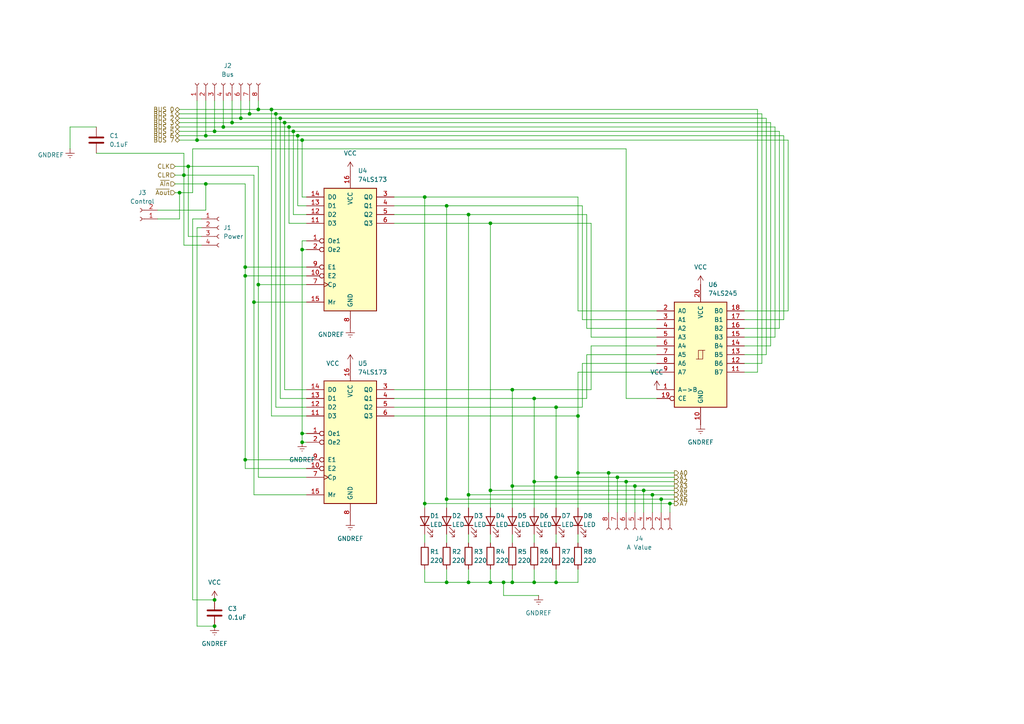
<source format=kicad_sch>
(kicad_sch (version 20231120) (generator "eeschema") (generator_version "8.0")
  (paper "A4")
  (lib_symbols
    (symbol "74xx:74LS173" (pin_names (offset 1.016))
      (property "Reference" "U" (at -7.62 19.05 0))
      (property "Value" "74LS173" (at -7.62 -19.05 0))
      (symbol "74LS173_1_0"
        (pin input inverted (at -12.7 2.54 0) (length 5.08) (name "Oe1") (number "1"))
        (pin input inverted (at -12.7 -7.62 0) (length 5.08) (name "E2") (number "10"))
        (pin input line (at -12.7 7.62 0) (length 5.08) (name "D3") (number "11"))
        (pin input line (at -12.7 10.16 0) (length 5.08) (name "D2") (number "12"))
        (pin input line (at -12.7 12.7 0) (length 5.08) (name "D1") (number "13"))
        (pin input line (at -12.7 15.24 0) (length 5.08) (name "D0") (number "14"))
        (pin input line (at -12.7 -15.24 0) (length 5.08) (name "Mr") (number "15"))
        (pin power_in line (at 0 22.86 270) (length 5.08) (name "VCC") (number "16"))
        (pin input inverted (at -12.7 0 0) (length 5.08) (name "Oe2") (number "2"))
        (pin tri_state line (at 12.7 15.24 180) (length 5.08) (name "Q0") (number "3"))
        (pin tri_state line (at 12.7 12.7 180) (length 5.08) (name "Q1") (number "4"))
        (pin tri_state line (at 12.7 10.16 180) (length 5.08) (name "Q2") (number "5"))
        (pin tri_state line (at 12.7 7.62 180) (length 5.08) (name "Q3") (number "6"))
        (pin input clock (at -12.7 -10.16 0) (length 5.08) (name "Cp") (number "7"))
        (pin power_in line (at 0 -22.86 90) (length 5.08) (name "GND") (number "8"))
        (pin input inverted (at -12.7 -5.08 0) (length 5.08) (name "E1") (number "9"))
      )
      (symbol "74LS173_1_1"
        (rectangle (start -7.62 17.78) (end 7.62 -17.78) (stroke (width 0.254)) (fill (type background)))
      )
    )
    (symbol "74xx:74LS245" (pin_names (offset 1.016))
      (property "Reference" "U" (at -7.62 16.51 0))
      (property "Value" "74LS245" (at -7.62 -16.51 0))
      (symbol "74LS245_1_0"
        (polyline (pts (xy -0.635 -1.27) (xy -0.635 1.27) (xy 0.635 1.27)))
        (polyline (pts (xy -1.27 -1.27) (xy 0.635 -1.27) (xy 0.635 1.27) (xy 1.27 1.27)))
        (pin input line (at -12.7 -10.16 0) (length 5.08) (name "A->B") (number "1"))
        (pin power_in line (at 0 -20.32 90) (length 5.08) (name "GND") (number "10"))
        (pin tri_state line (at 12.7 -5.08 180) (length 5.08) (name "B7") (number "11"))
        (pin tri_state line (at 12.7 -2.54 180) (length 5.08) (name "B6") (number "12"))
        (pin tri_state line (at 12.7 0 180) (length 5.08) (name "B5") (number "13"))
        (pin tri_state line (at 12.7 2.54 180) (length 5.08) (name "B4") (number "14"))
        (pin tri_state line (at 12.7 5.08 180) (length 5.08) (name "B3") (number "15"))
        (pin tri_state line (at 12.7 7.62 180) (length 5.08) (name "B2") (number "16"))
        (pin tri_state line (at 12.7 10.16 180) (length 5.08) (name "B1") (number "17"))
        (pin tri_state line (at 12.7 12.7 180) (length 5.08) (name "B0") (number "18"))
        (pin input inverted (at -12.7 -12.7 0) (length 5.08) (name "CE") (number "19"))
        (pin tri_state line (at -12.7 12.7 0) (length 5.08) (name "A0") (number "2"))
        (pin power_in line (at 0 20.32 270) (length 5.08) (name "VCC") (number "20"))
        (pin tri_state line (at -12.7 10.16 0) (length 5.08) (name "A1") (number "3"))
        (pin tri_state line (at -12.7 7.62 0) (length 5.08) (name "A2") (number "4"))
        (pin tri_state line (at -12.7 5.08 0) (length 5.08) (name "A3") (number "5"))
        (pin tri_state line (at -12.7 2.54 0) (length 5.08) (name "A4") (number "6"))
        (pin tri_state line (at -12.7 0 0) (length 5.08) (name "A5") (number "7"))
        (pin tri_state line (at -12.7 -2.54 0) (length 5.08) (name "A6") (number "8"))
        (pin tri_state line (at -12.7 -5.08 0) (length 5.08) (name "A7") (number "9"))
      )
      (symbol "74LS245_1_1"
        (rectangle (start -7.62 15.24) (end 7.62 -15.24) (stroke (width 0.254)) (fill (type background)))
      )
    )
    (symbol "Connector:Conn_01x02_Socket" (pin_names (offset 1.016) hide)
      (property "Reference" "J" (at 0 2.54 0))
      (property "Value" "Conn_01x02_Socket" (at 0 -5.08 0))
      (symbol "Conn_01x02_Socket_1_1"
        (arc (start 0 -2.032) (mid -0.5058 -2.54) (end 0 -3.048) (stroke (width 0.1524)))
        (polyline (pts (xy -1.27 -2.54) (xy -0.508 -2.54)) (stroke (width 0.1524)))
        (polyline (pts (xy -1.27 0) (xy -0.508 0)) (stroke (width 0.1524)))
        (arc (start 0 0.508) (mid -0.5058 0) (end 0 -0.508) (stroke (width 0.1524)))
        (pin passive line (at -5.08 0 0) (length 3.81) (name "Pin_1") (number "1"))
        (pin passive line (at -5.08 -2.54 0) (length 3.81) (name "Pin_2") (number "2"))
      )
    )
    (symbol "Connector:Conn_01x04_Socket" (pin_names (offset 1.016) hide)
      (property "Reference" "J" (at 0 5.08 0))
      (property "Value" "Conn_01x04_Socket" (at 0 -7.62 0))
      (symbol "Conn_01x04_Socket_1_1"
        (arc (start 0 -4.572) (mid -0.5058 -5.08) (end 0 -5.588) (stroke (width 0.1524)))
        (arc (start 0 -2.032) (mid -0.5058 -2.54) (end 0 -3.048) (stroke (width 0.1524)))
        (polyline (pts (xy -1.27 -5.08) (xy -0.508 -5.08)) (stroke (width 0.1524)))
        (polyline (pts (xy -1.27 -2.54) (xy -0.508 -2.54)) (stroke (width 0.1524)))
        (polyline (pts (xy -1.27 0) (xy -0.508 0)) (stroke (width 0.1524)))
        (polyline (pts (xy -1.27 2.54) (xy -0.508 2.54)) (stroke (width 0.1524)))
        (arc (start 0 0.508) (mid -0.5058 0) (end 0 -0.508) (stroke (width 0.1524)))
        (arc (start 0 3.048) (mid -0.5058 2.54) (end 0 2.032) (stroke (width 0.1524)))
        (pin passive line (at -5.08 2.54 0) (length 3.81) (name "Pin_1") (number "1"))
        (pin passive line (at -5.08 0 0) (length 3.81) (name "Pin_2") (number "2"))
        (pin passive line (at -5.08 -2.54 0) (length 3.81) (name "Pin_3") (number "3"))
        (pin passive line (at -5.08 -5.08 0) (length 3.81) (name "Pin_4") (number "4"))
      )
    )
    (symbol "Connector:Conn_01x08_Socket" (pin_names (offset 1.016) hide)
      (property "Reference" "J" (at 0 10.16 0))
      (property "Value" "Conn_01x08_Socket" (at 0 -12.7 0))
      (symbol "Conn_01x08_Socket_1_1"
        (arc (start 0 -9.652) (mid -0.5058 -10.16) (end 0 -10.668) (stroke (width 0.1524)))
        (arc (start 0 -7.112) (mid -0.5058 -7.62) (end 0 -8.128) (stroke (width 0.1524)))
        (arc (start 0 -4.572) (mid -0.5058 -5.08) (end 0 -5.588) (stroke (width 0.1524)))
        (arc (start 0 -2.032) (mid -0.5058 -2.54) (end 0 -3.048) (stroke (width 0.1524)))
        (polyline (pts (xy -1.27 -10.16) (xy -0.508 -10.16)) (stroke (width 0.1524)))
        (polyline (pts (xy -1.27 -7.62) (xy -0.508 -7.62)) (stroke (width 0.1524)))
        (polyline (pts (xy -1.27 -5.08) (xy -0.508 -5.08)) (stroke (width 0.1524)))
        (polyline (pts (xy -1.27 -2.54) (xy -0.508 -2.54)) (stroke (width 0.1524)))
        (polyline (pts (xy -1.27 0) (xy -0.508 0)) (stroke (width 0.1524)))
        (polyline (pts (xy -1.27 2.54) (xy -0.508 2.54)) (stroke (width 0.1524)))
        (polyline (pts (xy -1.27 5.08) (xy -0.508 5.08)) (stroke (width 0.1524)))
        (polyline (pts (xy -1.27 7.62) (xy -0.508 7.62)) (stroke (width 0.1524)))
        (arc (start 0 0.508) (mid -0.5058 0) (end 0 -0.508) (stroke (width 0.1524)))
        (arc (start 0 3.048) (mid -0.5058 2.54) (end 0 2.032) (stroke (width 0.1524)))
        (arc (start 0 5.588) (mid -0.5058 5.08) (end 0 4.572) (stroke (width 0.1524)))
        (arc (start 0 8.128) (mid -0.5058 7.62) (end 0 7.112) (stroke (width 0.1524)))
        (pin passive line (at -5.08 7.62 0) (length 3.81) (name "Pin_1") (number "1"))
        (pin passive line (at -5.08 5.08 0) (length 3.81) (name "Pin_2") (number "2"))
        (pin passive line (at -5.08 2.54 0) (length 3.81) (name "Pin_3") (number "3"))
        (pin passive line (at -5.08 0 0) (length 3.81) (name "Pin_4") (number "4"))
        (pin passive line (at -5.08 -2.54 0) (length 3.81) (name "Pin_5") (number "5"))
        (pin passive line (at -5.08 -5.08 0) (length 3.81) (name "Pin_6") (number "6"))
        (pin passive line (at -5.08 -7.62 0) (length 3.81) (name "Pin_7") (number "7"))
        (pin passive line (at -5.08 -10.16 0) (length 3.81) (name "Pin_8") (number "8"))
      )
    )
    (symbol "Device:C" (pin_numbers hide) (pin_names (offset 0.254))
      (property "Reference" "C" (at 0.635 2.54 0))
      (property "Value" "C" (at 0.635 -2.54 0))
      (symbol "C_0_1"
        (polyline (pts (xy -2.032 -0.762) (xy 2.032 -0.762)) (stroke (width 0.508)))
        (polyline (pts (xy -2.032 0.762) (xy 2.032 0.762)) (stroke (width 0.508)))
      )
      (symbol "C_1_1"
        (pin passive line (at 0 3.81 270) (length 2.794) (name "~") (number "1"))
        (pin passive line (at 0 -3.81 90) (length 2.794) (name "~") (number "2"))
      )
    )
    (symbol "Device:LED" (pin_numbers hide) (pin_names (offset 1.016) hide)
      (property "Reference" "D" (at 0 2.54 0))
      (property "Value" "LED" (at 0 -2.54 0))
      (symbol "LED_0_1"
        (polyline (pts (xy -1.27 -1.27) (xy -1.27 1.27)) (stroke (width 0.254)))
        (polyline (pts (xy -1.27 0) (xy 1.27 0)))
        (polyline (pts (xy 1.27 -1.27) (xy 1.27 1.27) (xy -1.27 0) (xy 1.27 -1.27)) (stroke (width 0.254)))
        (polyline (pts (xy -3.048 -0.762) (xy -4.572 -2.286) (xy -3.81 -2.286) (xy -4.572 -2.286) (xy -4.572 -1.524)))
        (polyline (pts (xy -1.778 -0.762) (xy -3.302 -2.286) (xy -2.54 -2.286) (xy -3.302 -2.286) (xy -3.302 -1.524)))
      )
      (symbol "LED_1_1"
        (pin passive line (at -3.81 0 0) (length 2.54) (name "K") (number "1"))
        (pin passive line (at 3.81 0 180) (length 2.54) (name "A") (number "2"))
      )
    )
    (symbol "Device:R" (pin_numbers hide) (pin_names (offset 0))
      (property "Reference" "R" (at 2.032 0 90))
      (property "Value" "R" (at 0 0 90))
      (symbol "R_0_1"
        (rectangle (start -1.016 -2.54) (end 1.016 2.54) (stroke (width 0.254)))
      )
      (symbol "R_1_1"
        (pin passive line (at 0 3.81 270) (length 1.27) (name "~") (number "1"))
        (pin passive line (at 0 -3.81 90) (length 1.27) (name "~") (number "2"))
      )
    )
    (symbol "power:GNDREF" (power) (pin_numbers hide) (pin_names (offset 0) hide)
      (property "Value" "GNDREF" (at 0 -3.81 0))
      (symbol "GNDREF_0_1"
        (polyline (pts (xy -0.635 -1.905) (xy 0.635 -1.905)))
        (polyline (pts (xy -0.127 -2.54) (xy 0.127 -2.54)))
        (polyline (pts (xy 0 -1.27) (xy 0 0)))
        (polyline (pts (xy 1.27 -1.27) (xy -1.27 -1.27)))
      )
      (symbol "GNDREF_1_1"
        (pin power_in line (at 0 0 270) (length 0) (name "~") (number "1"))
      )
    )
    (symbol "power:VCC" (power) (pin_numbers hide) (pin_names (offset 0) hide)
      (property "Value" "VCC" (at 0 3.556 0))
      (symbol "VCC_0_1"
        (polyline (pts (xy -0.762 1.27) (xy 0 2.54)))
        (polyline (pts (xy 0 0) (xy 0 2.54)))
        (polyline (pts (xy 0 2.54) (xy 0.762 1.27)))
      )
      (symbol "VCC_1_1"
        (pin power_in line (at 0 0 90) (length 0) (name "~") (number "1"))
      )
    )
  )
  (junction (at 167.64 137.16))
  (junction (at 62.23 173.99))
  (junction (at 71.12 77.47))
  (junction (at 135.89 168.91))
  (junction (at 161.29 118.11))
  (junction (at 52.07 55.88))
  (junction (at 64.77 36.83))
  (junction (at 123.19 146.05))
  (junction (at 85.09 38.1))
  (junction (at 154.94 139.7))
  (junction (at 142.24 64.77))
  (junction (at 161.29 138.43))
  (junction (at 81.28 34.29))
  (junction (at 69.85 34.29))
  (junction (at 142.24 168.91))
  (junction (at 78.74 31.75))
  (junction (at 191.77 144.78))
  (junction (at 146.05 168.91))
  (junction (at 71.12 133.35))
  (junction (at 86.36 39.37))
  (junction (at 179.07 138.43))
  (junction (at 82.55 35.56))
  (junction (at 184.15 140.97))
  (junction (at 135.89 143.51))
  (junction (at 161.29 168.91))
  (junction (at 142.24 142.24))
  (junction (at 148.59 113.03))
  (junction (at 189.23 143.51))
  (junction (at 53.34 50.8))
  (junction (at 129.54 59.69))
  (junction (at 54.61 48.26))
  (junction (at 186.69 142.24))
  (junction (at 83.82 36.83))
  (junction (at 73.66 87.63))
  (junction (at 176.53 137.16))
  (junction (at 72.39 33.02))
  (junction (at 148.59 168.91))
  (junction (at 87.63 128.27))
  (junction (at 57.15 40.64))
  (junction (at 87.63 125.73))
  (junction (at 135.89 62.23))
  (junction (at 87.63 40.64))
  (junction (at 181.61 139.7))
  (junction (at 74.93 31.75))
  (junction (at 154.94 168.91))
  (junction (at 62.23 181.61))
  (junction (at 167.64 120.65))
  (junction (at 74.93 82.55))
  (junction (at 59.69 39.37))
  (junction (at 194.31 146.05))
  (junction (at 129.54 168.91))
  (junction (at 67.31 35.56))
  (junction (at 80.01 33.02))
  (junction (at 87.63 72.39))
  (junction (at 148.59 140.97))
  (junction (at 59.69 53.34))
  (junction (at 123.19 57.15))
  (junction (at 129.54 144.78))
  (junction (at 62.23 38.1))
  (junction (at 154.94 115.57))
  (junction (at 71.12 80.01))
  (wire (pts (xy 82.55 35.56) (xy 223.52 35.56)))
  (wire (pts (xy 176.53 137.16) (xy 176.53 148.59)))
  (wire (pts (xy 67.31 35.56) (xy 82.55 35.56)))
  (wire (pts (xy 71.12 77.47) (xy 71.12 80.01)))
  (wire (pts (xy 87.63 125.73) (xy 87.63 128.27)))
  (wire (pts (xy 74.93 48.26) (xy 74.93 82.55)))
  (wire (pts (xy 57.15 181.61) (xy 62.23 181.61)))
  (wire (pts (xy 114.3 113.03) (xy 148.59 113.03)))
  (wire (pts (xy 142.24 142.24) (xy 186.69 142.24)))
  (wire (pts (xy 170.18 95.25) (xy 170.18 62.23)))
  (wire (pts (xy 52.07 33.02) (xy 72.39 33.02)))
  (wire (pts (xy 50.8 53.34) (xy 59.69 53.34)))
  (wire (pts (xy 154.94 165.1) (xy 154.94 168.91)))
  (wire (pts (xy 181.61 139.7) (xy 195.58 139.7)))
  (wire (pts (xy 52.07 34.29) (xy 69.85 34.29)))
  (wire (pts (xy 167.64 90.17) (xy 190.5 90.17)))
  (wire (pts (xy 135.89 154.94) (xy 135.89 157.48)))
  (wire (pts (xy 154.94 168.91) (xy 148.59 168.91)))
  (wire (pts (xy 59.69 39.37) (xy 86.36 39.37)))
  (wire (pts (xy 78.74 120.65) (xy 78.74 31.75)))
  (wire (pts (xy 135.89 62.23) (xy 135.89 143.51)))
  (wire (pts (xy 179.07 148.59) (xy 179.07 138.43)))
  (wire (pts (xy 142.24 64.77) (xy 171.45 64.77)))
  (wire (pts (xy 87.63 72.39) (xy 87.63 125.73)))
  (wire (pts (xy 85.09 38.1) (xy 226.06 38.1)))
  (wire (pts (xy 167.64 137.16) (xy 176.53 137.16)))
  (wire (pts (xy 129.54 59.69) (xy 168.91 59.69)))
  (wire (pts (xy 189.23 148.59) (xy 189.23 143.51)))
  (wire (pts (xy 55.88 43.18) (xy 55.88 55.88)))
  (wire (pts (xy 71.12 53.34) (xy 71.12 77.47)))
  (wire (pts (xy 135.89 143.51) (xy 135.89 147.32)))
  (wire (pts (xy 87.63 72.39) (xy 88.9 72.39)))
  (wire (pts (xy 170.18 95.25) (xy 190.5 95.25)))
  (wire (pts (xy 129.54 154.94) (xy 129.54 157.48)))
  (wire (pts (xy 129.54 144.78) (xy 129.54 147.32)))
  (wire (pts (xy 171.45 64.77) (xy 171.45 97.79)))
  (wire (pts (xy 154.94 115.57) (xy 154.94 139.7)))
  (wire (pts (xy 52.07 39.37) (xy 59.69 39.37)))
  (wire (pts (xy 167.64 120.65) (xy 167.64 107.95)))
  (wire (pts (xy 87.63 69.85) (xy 87.63 72.39)))
  (wire (pts (xy 45.72 63.5) (xy 52.07 63.5)))
  (wire (pts (xy 129.54 59.69) (xy 129.54 144.78)))
  (wire (pts (xy 52.07 31.75) (xy 74.93 31.75)))
  (wire (pts (xy 123.19 146.05) (xy 123.19 147.32)))
  (wire (pts (xy 54.61 48.26) (xy 74.93 48.26)))
  (wire (pts (xy 53.34 71.12) (xy 53.34 50.8)))
  (wire (pts (xy 168.91 105.41) (xy 168.91 118.11)))
  (wire (pts (xy 78.74 31.75) (xy 219.71 31.75)))
  (wire (pts (xy 59.69 29.21) (xy 59.69 39.37)))
  (wire (pts (xy 167.64 168.91) (xy 161.29 168.91)))
  (wire (pts (xy 215.9 95.25) (xy 226.06 95.25)))
  (wire (pts (xy 59.69 60.96) (xy 59.69 53.34)))
  (wire (pts (xy 88.9 59.69) (xy 86.36 59.69)))
  (wire (pts (xy 55.88 55.88) (xy 52.07 55.88)))
  (wire (pts (xy 83.82 36.83) (xy 224.79 36.83)))
  (wire (pts (xy 69.85 34.29) (xy 81.28 34.29)))
  (wire (pts (xy 114.3 57.15) (xy 123.19 57.15)))
  (wire (pts (xy 142.24 64.77) (xy 142.24 142.24)))
  (wire (pts (xy 83.82 64.77) (xy 83.82 36.83)))
  (wire (pts (xy 52.07 35.56) (xy 67.31 35.56)))
  (wire (pts (xy 88.9 64.77) (xy 83.82 64.77)))
  (wire (pts (xy 86.36 59.69) (xy 86.36 39.37)))
  (wire (pts (xy 72.39 29.21) (xy 72.39 33.02)))
  (wire (pts (xy 189.23 143.51) (xy 195.58 143.51)))
  (wire (pts (xy 142.24 142.24) (xy 142.24 147.32)))
  (wire (pts (xy 170.18 102.87) (xy 190.5 102.87)))
  (wire (pts (xy 154.94 115.57) (xy 170.18 115.57)))
  (wire (pts (xy 114.3 120.65) (xy 167.64 120.65)))
  (wire (pts (xy 87.63 128.27) (xy 88.9 128.27)))
  (wire (pts (xy 154.94 139.7) (xy 154.94 147.32)))
  (wire (pts (xy 215.9 100.33) (xy 223.52 100.33)))
  (wire (pts (xy 184.15 140.97) (xy 195.58 140.97)))
  (wire (pts (xy 80.01 33.02) (xy 220.98 33.02)))
  (wire (pts (xy 194.31 146.05) (xy 195.58 146.05)))
  (wire (pts (xy 88.9 120.65) (xy 78.74 120.65)))
  (wire (pts (xy 161.29 168.91) (xy 154.94 168.91)))
  (wire (pts (xy 215.9 97.79) (xy 224.79 97.79)))
  (wire (pts (xy 142.24 165.1) (xy 142.24 168.91)))
  (wire (pts (xy 186.69 142.24) (xy 186.69 148.59)))
  (wire (pts (xy 123.19 57.15) (xy 167.64 57.15)))
  (wire (pts (xy 181.61 43.18) (xy 55.88 43.18)))
  (wire (pts (xy 179.07 138.43) (xy 195.58 138.43)))
  (wire (pts (xy 88.9 62.23) (xy 85.09 62.23)))
  (wire (pts (xy 86.36 39.37) (xy 227.33 39.37)))
  (wire (pts (xy 87.63 40.64) (xy 228.6 40.64)))
  (wire (pts (xy 161.29 138.43) (xy 179.07 138.43)))
  (wire (pts (xy 80.01 118.11) (xy 80.01 33.02)))
  (wire (pts (xy 123.19 57.15) (xy 123.19 146.05)))
  (wire (pts (xy 167.64 57.15) (xy 167.64 90.17)))
  (wire (pts (xy 161.29 118.11) (xy 168.91 118.11)))
  (wire (pts (xy 135.89 143.51) (xy 189.23 143.51)))
  (wire (pts (xy 58.42 63.5) (xy 55.88 63.5)))
  (wire (pts (xy 53.34 44.45) (xy 27.94 44.45)))
  (wire (pts (xy 194.31 146.05) (xy 194.31 148.59)))
  (wire (pts (xy 87.63 40.64) (xy 87.63 57.15)))
  (wire (pts (xy 142.24 168.91) (xy 146.05 168.91)))
  (wire (pts (xy 88.9 69.85) (xy 87.63 69.85)))
  (wire (pts (xy 55.88 173.99) (xy 62.23 173.99)))
  (wire (pts (xy 73.66 87.63) (xy 88.9 87.63)))
  (wire (pts (xy 74.93 29.21) (xy 74.93 31.75)))
  (wire (pts (xy 27.94 36.83) (xy 20.32 36.83)))
  (wire (pts (xy 168.91 105.41) (xy 190.5 105.41)))
  (wire (pts (xy 176.53 137.16) (xy 195.58 137.16)))
  (wire (pts (xy 227.33 92.71) (xy 227.33 39.37)))
  (wire (pts (xy 191.77 144.78) (xy 191.77 148.59)))
  (wire (pts (xy 123.19 168.91) (xy 129.54 168.91)))
  (wire (pts (xy 186.69 142.24) (xy 195.58 142.24)))
  (wire (pts (xy 135.89 165.1) (xy 135.89 168.91)))
  (wire (pts (xy 123.19 146.05) (xy 194.31 146.05)))
  (wire (pts (xy 64.77 36.83) (xy 83.82 36.83)))
  (wire (pts (xy 222.25 34.29) (xy 222.25 102.87)))
  (wire (pts (xy 154.94 139.7) (xy 181.61 139.7)))
  (wire (pts (xy 168.91 59.69) (xy 168.91 92.71)))
  (wire (pts (xy 88.9 113.03) (xy 82.55 113.03)))
  (wire (pts (xy 129.54 165.1) (xy 129.54 168.91)))
  (wire (pts (xy 161.29 165.1) (xy 161.29 168.91)))
  (wire (pts (xy 146.05 168.91) (xy 146.05 172.72)))
  (wire (pts (xy 171.45 97.79) (xy 190.5 97.79)))
  (wire (pts (xy 171.45 113.03) (xy 171.45 100.33)))
  (wire (pts (xy 215.9 92.71) (xy 227.33 92.71)))
  (wire (pts (xy 74.93 138.43) (xy 88.9 138.43)))
  (wire (pts (xy 171.45 100.33) (xy 190.5 100.33)))
  (wire (pts (xy 190.5 115.57) (xy 181.61 115.57)))
  (wire (pts (xy 135.89 168.91) (xy 142.24 168.91)))
  (wire (pts (xy 59.69 53.34) (xy 71.12 53.34)))
  (wire (pts (xy 114.3 64.77) (xy 142.24 64.77)))
  (wire (pts (xy 114.3 115.57) (xy 154.94 115.57)))
  (wire (pts (xy 184.15 148.59) (xy 184.15 140.97)))
  (wire (pts (xy 161.29 154.94) (xy 161.29 157.48)))
  (wire (pts (xy 161.29 138.43) (xy 161.29 147.32)))
  (wire (pts (xy 71.12 135.89) (xy 88.9 135.89)))
  (wire (pts (xy 88.9 118.11) (xy 80.01 118.11)))
  (wire (pts (xy 148.59 168.91) (xy 146.05 168.91)))
  (wire (pts (xy 52.07 36.83) (xy 64.77 36.83)))
  (wire (pts (xy 62.23 29.21) (xy 62.23 38.1)))
  (wire (pts (xy 228.6 90.17) (xy 228.6 40.64)))
  (wire (pts (xy 54.61 68.58) (xy 54.61 48.26)))
  (wire (pts (xy 71.12 133.35) (xy 71.12 135.89)))
  (wire (pts (xy 81.28 34.29) (xy 81.28 115.57)))
  (wire (pts (xy 85.09 62.23) (xy 85.09 38.1)))
  (wire (pts (xy 55.88 63.5) (xy 55.88 173.99)))
  (wire (pts (xy 219.71 31.75) (xy 219.71 107.95)))
  (wire (pts (xy 167.64 137.16) (xy 167.64 147.32)))
  (wire (pts (xy 74.93 82.55) (xy 74.93 138.43)))
  (wire (pts (xy 129.54 168.91) (xy 135.89 168.91)))
  (wire (pts (xy 50.8 48.26) (xy 54.61 48.26)))
  (wire (pts (xy 52.07 40.64) (xy 57.15 40.64)))
  (wire (pts (xy 114.3 59.69) (xy 129.54 59.69)))
  (wire (pts (xy 45.72 60.96) (xy 59.69 60.96)))
  (wire (pts (xy 62.23 38.1) (xy 85.09 38.1)))
  (wire (pts (xy 73.66 143.51) (xy 88.9 143.51)))
  (wire (pts (xy 181.61 148.59) (xy 181.61 139.7)))
  (wire (pts (xy 52.07 63.5) (xy 52.07 55.88)))
  (wire (pts (xy 73.66 50.8) (xy 73.66 87.63)))
  (wire (pts (xy 71.12 80.01) (xy 71.12 133.35)))
  (wire (pts (xy 53.34 50.8) (xy 53.34 44.45)))
  (wire (pts (xy 148.59 140.97) (xy 148.59 147.32)))
  (wire (pts (xy 170.18 62.23) (xy 135.89 62.23)))
  (wire (pts (xy 167.64 154.94) (xy 167.64 157.48)))
  (wire (pts (xy 67.31 29.21) (xy 67.31 35.56)))
  (wire (pts (xy 146.05 172.72) (xy 156.21 172.72)))
  (wire (pts (xy 129.54 144.78) (xy 191.77 144.78)))
  (wire (pts (xy 71.12 133.35) (xy 88.9 133.35)))
  (wire (pts (xy 123.19 165.1) (xy 123.19 168.91)))
  (wire (pts (xy 223.52 35.56) (xy 223.52 100.33)))
  (wire (pts (xy 52.07 55.88) (xy 50.8 55.88)))
  (wire (pts (xy 64.77 29.21) (xy 64.77 36.83)))
  (wire (pts (xy 123.19 154.94) (xy 123.19 157.48)))
  (wire (pts (xy 57.15 29.21) (xy 57.15 40.64)))
  (wire (pts (xy 148.59 165.1) (xy 148.59 168.91)))
  (wire (pts (xy 154.94 154.94) (xy 154.94 157.48)))
  (wire (pts (xy 57.15 66.04) (xy 57.15 181.61)))
  (wire (pts (xy 181.61 115.57) (xy 181.61 43.18)))
  (wire (pts (xy 87.63 125.73) (xy 88.9 125.73)))
  (wire (pts (xy 167.64 107.95) (xy 190.5 107.95)))
  (wire (pts (xy 220.98 33.02) (xy 220.98 105.41)))
  (wire (pts (xy 161.29 118.11) (xy 161.29 138.43)))
  (wire (pts (xy 191.77 144.78) (xy 195.58 144.78)))
  (wire (pts (xy 81.28 34.29) (xy 222.25 34.29)))
  (wire (pts (xy 224.79 97.79) (xy 224.79 36.83)))
  (wire (pts (xy 58.42 68.58) (xy 54.61 68.58)))
  (wire (pts (xy 148.59 113.03) (xy 171.45 113.03)))
  (wire (pts (xy 168.91 92.71) (xy 190.5 92.71)))
  (wire (pts (xy 57.15 40.64) (xy 87.63 40.64)))
  (wire (pts (xy 226.06 95.25) (xy 226.06 38.1)))
  (wire (pts (xy 88.9 77.47) (xy 71.12 77.47)))
  (wire (pts (xy 215.9 107.95) (xy 219.71 107.95)))
  (wire (pts (xy 114.3 118.11) (xy 161.29 118.11)))
  (wire (pts (xy 58.42 71.12) (xy 53.34 71.12)))
  (wire (pts (xy 167.64 120.65) (xy 167.64 137.16)))
  (wire (pts (xy 69.85 29.21) (xy 69.85 34.29)))
  (wire (pts (xy 170.18 115.57) (xy 170.18 102.87)))
  (wire (pts (xy 53.34 50.8) (xy 73.66 50.8)))
  (wire (pts (xy 58.42 66.04) (xy 57.15 66.04)))
  (wire (pts (xy 215.9 102.87) (xy 222.25 102.87)))
  (wire (pts (xy 167.64 165.1) (xy 167.64 168.91)))
  (wire (pts (xy 88.9 57.15) (xy 87.63 57.15)))
  (wire (pts (xy 114.3 62.23) (xy 135.89 62.23)))
  (wire (pts (xy 148.59 154.94) (xy 148.59 157.48)))
  (wire (pts (xy 82.55 113.03) (xy 82.55 35.56)))
  (wire (pts (xy 148.59 140.97) (xy 184.15 140.97)))
  (wire (pts (xy 73.66 87.63) (xy 73.66 143.51)))
  (wire (pts (xy 74.93 31.75) (xy 78.74 31.75)))
  (wire (pts (xy 50.8 50.8) (xy 53.34 50.8)))
  (wire (pts (xy 71.12 80.01) (xy 88.9 80.01)))
  (wire (pts (xy 215.9 90.17) (xy 228.6 90.17)))
  (wire (pts (xy 142.24 154.94) (xy 142.24 157.48)))
  (wire (pts (xy 215.9 105.41) (xy 220.98 105.41)))
  (wire (pts (xy 148.59 113.03) (xy 148.59 140.97)))
  (wire (pts (xy 74.93 82.55) (xy 88.9 82.55)))
  (wire (pts (xy 20.32 36.83) (xy 20.32 43.18)))
  (wire (pts (xy 52.07 38.1) (xy 62.23 38.1)))
  (wire (pts (xy 72.39 33.02) (xy 80.01 33.02)))
  (wire (pts (xy 81.28 115.57) (xy 88.9 115.57)))
  (hierarchical_label "~{Aout}" (shape input) (at 50.8 55.88 180))
  (hierarchical_label "~{Ain}" (shape input) (at 50.8 53.34 180))
  (hierarchical_label "A7" (shape output) (at 195.58 146.05 0))
  (hierarchical_label "A4" (shape output) (at 195.58 142.24 0))
  (hierarchical_label "CLK" (shape input) (at 50.8 48.26 180))
  (hierarchical_label "BUS 0" (shape tri_state) (at 52.07 31.75 180))
  (hierarchical_label "CLR" (shape input) (at 50.8 50.8 180))
  (hierarchical_label "BUS 6" (shape tri_state) (at 52.07 39.37 180))
  (hierarchical_label "A5" (shape output) (at 195.58 143.51 0))
  (hierarchical_label "A1" (shape output) (at 195.58 138.43 0))
  (hierarchical_label "A3" (shape output) (at 195.58 140.97 0))
  (hierarchical_label "A2" (shape output) (at 195.58 139.7 0))
  (hierarchical_label "BUS 7" (shape tri_state) (at 52.07 40.64 180))
  (hierarchical_label "A0" (shape output) (at 195.58 137.16 0))
  (hierarchical_label "BUS 4" (shape tri_state) (at 52.07 36.83 180))
  (hierarchical_label "BUS 5" (shape tri_state) (at 52.07 38.1 180))
  (hierarchical_label "BUS 3" (shape tri_state) (at 52.07 35.56 180))
  (hierarchical_label "BUS 2" (shape tri_state) (at 52.07 34.29 180))
  (hierarchical_label "BUS 1" (shape tri_state) (at 52.07 33.02 180))
  (hierarchical_label "A6" (shape output) (at 195.58 144.78 0))
  (symbol (lib_id "power:VCC") (at 101.6 49.53 0) (unit 1)
    (property "Reference" "#PWR016" (effects (hide yes)))
    (property "Value" "VCC" (at 101.6 44.45 0))
    (property "Description" "Power symbol creates a global label with name \"VCC\"" (effects (hide yes)))
  )
  (symbol (lib_id "Device:LED") (at 154.94 151.13 90) (unit 1)
    (property "Reference" "D6" (at 156.464 149.606 90) (effects (justify right)))
    (property "Value" "LED" (at 156.464 152.146 90) (effects (justify right)))
    (property "Footprint" "LED_SMD:LED_1206_3216Metric_Pad1.42x1.75mm_HandSolder" (effects (hide yes)))
    (property "Description" "Light emitting diode" (effects (hide yes)))
  )
  (symbol (lib_id "Connector:Conn_01x02_Socket") (at 40.64 63.5 180) (unit 1)
    (property "Reference" "J3" (at 41.275 55.88 0))
    (property "Value" "Control" (at 41.275 58.42 0))
    (property "Footprint" "Connector_Molex:Molex_PicoBlade_53048-0210_1x02_P1.25mm_Horizontal" (effects (hide yes)))
    (property "Description" "Generic connector, single row, 01x02, script generated" (effects (hide yes)))
  )
  (symbol (lib_id "power:VCC") (at 203.2 82.55 0) (unit 1)
    (property "Reference" "#PWR017" (effects (hide yes)))
    (property "Value" "VCC" (at 203.2 77.47 0))
    (property "Description" "Power symbol creates a global label with name \"VCC\"" (effects (hide yes)))
  )
  (symbol (lib_id "Device:LED") (at 161.29 151.13 90) (unit 1)
    (property "Reference" "D7" (at 162.814 149.606 90) (effects (justify right)))
    (property "Value" "LED" (at 162.814 152.146 90) (effects (justify right)))
    (property "Footprint" "LED_SMD:LED_1206_3216Metric_Pad1.42x1.75mm_HandSolder" (effects (hide yes)))
    (property "Description" "Light emitting diode" (effects (hide yes)))
  )
  (symbol (lib_id "Device:R") (at 161.29 161.29 0) (unit 1)
    (property "Reference" "R7" (at 162.814 160.02 0) (effects (justify left)))
    (property "Value" "220" (at 162.814 162.56 0) (effects (justify left)))
    (property "Footprint" "Resistor_SMD:R_1206_3216Metric_Pad1.30x1.75mm_HandSolder" (effects (hide yes)))
    (property "Description" "Resistor" (effects (hide yes)))
  )
  (symbol (lib_id "Device:R") (at 135.89 161.29 0) (unit 1)
    (property "Reference" "R3" (at 137.414 160.02 0) (effects (justify left)))
    (property "Value" "220" (at 137.414 162.56 0) (effects (justify left)))
    (property "Footprint" "Resistor_SMD:R_1206_3216Metric_Pad1.30x1.75mm_HandSolder" (effects (hide yes)))
    (property "Description" "Resistor" (effects (hide yes)))
  )
  (symbol (lib_id "power:VCC") (at 190.5 113.03 0) (unit 1)
    (property "Reference" "#PWR01" (effects (hide yes)))
    (property "Value" "VCC" (at 190.5 107.95 0))
    (property "Description" "Power symbol creates a global label with name \"VCC\"" (effects (hide yes)))
  )
  (symbol (lib_id "power:VCC") (at 101.6 105.41 0) (unit 1)
    (property "Reference" "#PWR015" (effects (hide yes)))
    (property "Value" "VCC" (at 96.52 105.41 0))
    (property "Description" "Power symbol creates a global label with name \"VCC\"" (effects (hide yes)))
  )
  (symbol (lib_id "Device:R") (at 148.59 161.29 0) (unit 1)
    (property "Reference" "R5" (at 150.114 160.02 0) (effects (justify left)))
    (property "Value" "220" (at 150.114 162.56 0) (effects (justify left)))
    (property "Footprint" "Resistor_SMD:R_1206_3216Metric_Pad1.30x1.75mm_HandSolder" (effects (hide yes)))
    (property "Description" "Resistor" (effects (hide yes)))
  )
  (symbol (lib_id "74xx:74LS173") (at 101.6 72.39 0) (unit 1)
    (property "Reference" "U4" (at 103.7941 49.53 0) (effects (justify left)))
    (property "Value" "74LS173" (at 103.7941 52.07 0) (effects (justify left)))
    (property "Footprint" "Package_DIP:DIP-16_W7.62mm_Socket_LongPads" (effects (hide yes)))
    (property "Datasheet" "http://www.ti.com/lit/gpn/sn74LS173" (effects (hide yes)))
    (property "Description" "4-bit D-type Register, 3 state out" (effects (hide yes)))
  )
  (symbol (lib_id "power:GNDREF") (at 101.6 151.13 0) (unit 1)
    (property "Reference" "#PWR010" (effects (hide yes)))
    (property "Value" "GNDREF" (at 101.6 156.21 0))
    (property "Description" "Power symbol creates a global label with name \"GNDREF\" , reference supply ground" (effects (hide yes)))
  )
  (symbol (lib_id "power:GNDREF") (at 203.2 123.19 0) (unit 1)
    (property "Reference" "#PWR012" (effects (hide yes)))
    (property "Value" "GNDREF" (at 203.2 128.27 0))
    (property "Description" "Power symbol creates a global label with name \"GNDREF\" , reference supply ground" (effects (hide yes)))
  )
  (symbol (lib_id "Device:R") (at 167.64 161.29 0) (unit 1)
    (property "Reference" "R8" (at 169.164 160.02 0) (effects (justify left)))
    (property "Value" "220" (at 169.164 162.56 0) (effects (justify left)))
    (property "Footprint" "Resistor_SMD:R_1206_3216Metric_Pad1.30x1.75mm_HandSolder" (effects (hide yes)))
    (property "Description" "Resistor" (effects (hide yes)))
  )
  (symbol (lib_id "Connector:Conn_01x08_Socket") (at 186.69 153.67 270) (unit 1)
    (property "Reference" "J4" (at 185.42 156.21 90))
    (property "Value" "A Value" (at 185.42 158.75 90))
    (property "Footprint" "Connector_Molex:Molex_PicoBlade_53048-0810_1x08_P1.25mm_Horizontal" (effects (hide yes)))
    (property "Description" "Generic connector, single row, 01x08, script generated" (effects (hide yes)))
  )
  (symbol (lib_id "power:GNDREF") (at 87.63 128.27 0) (unit 1)
    (property "Reference" "#PWR02" (effects (hide yes)))
    (property "Value" "GNDREF" (at 87.63 133.35 0))
    (property "Description" "Power symbol creates a global label with name \"GNDREF\" , reference supply ground" (effects (hide yes)))
  )
  (symbol (lib_id "Device:LED") (at 148.59 151.13 90) (unit 1)
    (property "Reference" "D5" (at 150.114 149.606 90) (effects (justify right)))
    (property "Value" "LED" (at 150.114 152.146 90) (effects (justify right)))
    (property "Footprint" "LED_SMD:LED_1206_3216Metric_Pad1.42x1.75mm_HandSolder" (effects (hide yes)))
    (property "Description" "Light emitting diode" (effects (hide yes)))
  )
  (symbol (lib_id "Device:C") (at 27.94 40.64 0) (unit 1)
    (property "Reference" "C1" (at 31.75 39.3699 0) (effects (justify left)))
    (property "Value" "0.1uF" (at 31.75 41.9099 0) (effects (justify left)))
    (property "Footprint" "Capacitor_SMD:C_1206_3216Metric_Pad1.33x1.80mm_HandSolder" (effects (hide yes)))
    (property "Description" "Unpolarized capacitor" (effects (hide yes)))
  )
  (symbol (lib_id "Connector:Conn_01x08_Socket") (at 64.77 24.13 90) (unit 1)
    (property "Reference" "J2" (at 66.04 19.05 90))
    (property "Value" "Bus" (at 66.04 21.59 90))
    (property "Footprint" "Connector_Molex:Molex_PicoBlade_53048-0810_1x08_P1.25mm_Horizontal" (effects (hide yes)))
    (property "Description" "Generic connector, single row, 01x08, script generated" (effects (hide yes)))
  )
  (symbol (lib_id "Device:R") (at 129.54 161.29 0) (unit 1)
    (property "Reference" "R2" (at 131.064 160.02 0) (effects (justify left)))
    (property "Value" "220" (at 131.064 162.56 0) (effects (justify left)))
    (property "Footprint" "Resistor_SMD:R_1206_3216Metric_Pad1.30x1.75mm_HandSolder" (effects (hide yes)))
    (property "Description" "Resistor" (effects (hide yes)))
  )
  (symbol (lib_id "power:GNDREF") (at 156.21 172.72 0) (unit 1)
    (property "Reference" "#PWR09" (effects (hide yes)))
    (property "Value" "GNDREF" (at 156.21 177.8 0))
    (property "Description" "Power symbol creates a global label with name \"GNDREF\" , reference supply ground" (effects (hide yes)))
  )
  (symbol (lib_id "power:VCC") (at 62.23 173.99 0) (unit 1)
    (property "Reference" "#PWR014" (effects (hide yes)))
    (property "Value" "VCC" (at 62.23 168.91 0))
    (property "Description" "Power symbol creates a global label with name \"VCC\"" (effects (hide yes)))
  )
  (symbol (lib_id "power:GNDREF") (at 101.6 95.25 0) (unit 1)
    (property "Reference" "#PWR011" (effects (hide yes)))
    (property "Value" "GNDREF" (at 96.012 97.028 0))
    (property "Description" "Power symbol creates a global label with name \"GNDREF\" , reference supply ground" (effects (hide yes)))
  )
  (symbol (lib_id "Connector:Conn_01x04_Socket") (at 63.5 66.04 0) (unit 1)
    (property "Reference" "J1" (at 64.77 66.0399 0) (effects (justify left)))
    (property "Value" "Power" (at 64.77 68.5799 0) (effects (justify left)))
    (property "Footprint" "Connector_Molex:Molex_PicoBlade_53048-0410_1x04_P1.25mm_Horizontal" (effects (hide yes)))
    (property "Description" "Generic connector, single row, 01x04, script generated" (effects (hide yes)))
  )
  (symbol (lib_id "74xx:74LS173") (at 101.6 128.27 0) (unit 1)
    (property "Reference" "U5" (at 103.7941 105.41 0) (effects (justify left)))
    (property "Value" "74LS173" (at 103.7941 107.95 0) (effects (justify left)))
    (property "Footprint" "Package_DIP:DIP-16_W7.62mm_Socket_LongPads" (effects (hide yes)))
    (property "Datasheet" "http://www.ti.com/lit/gpn/sn74LS173" (effects (hide yes)))
    (property "Description" "4-bit D-type Register, 3 state out" (effects (hide yes)))
  )
  (symbol (lib_id "Device:C") (at 62.23 177.8 0) (unit 1)
    (property "Reference" "C3" (at 66.04 176.5299 0) (effects (justify left)))
    (property "Value" "0.1uF" (at 66.04 179.0699 0) (effects (justify left)))
    (property "Footprint" "Capacitor_SMD:C_1206_3216Metric_Pad1.33x1.80mm_HandSolder" (effects (hide yes)))
    (property "Description" "Unpolarized capacitor" (effects (hide yes)))
  )
  (symbol (lib_id "Device:LED") (at 129.54 151.13 90) (unit 1)
    (property "Reference" "D2" (at 131.064 149.606 90) (effects (justify right)))
    (property "Value" "LED" (at 131.064 152.146 90) (effects (justify right)))
    (property "Footprint" "LED_SMD:LED_1206_3216Metric_Pad1.42x1.75mm_HandSolder" (effects (hide yes)))
    (property "Description" "Light emitting diode" (effects (hide yes)))
  )
  (symbol (lib_id "power:GNDREF") (at 62.23 181.61 0) (unit 1)
    (property "Reference" "#PWR013" (effects (hide yes)))
    (property "Value" "GNDREF" (at 62.23 186.69 0))
    (property "Description" "Power symbol creates a global label with name \"GNDREF\" , reference supply ground" (effects (hide yes)))
  )
  (symbol (lib_id "74xx:74LS245") (at 203.2 102.87 0) (unit 1)
    (property "Reference" "U6" (at 205.3941 82.55 0) (effects (justify left)))
    (property "Value" "74LS245" (at 205.3941 85.09 0) (effects (justify left)))
    (property "Footprint" "Package_DIP:DIP-20_W7.62mm_Socket_LongPads" (effects (hide yes)))
    (property "Datasheet" "http://www.ti.com/lit/gpn/sn74LS245" (effects (hide yes)))
    (property "Description" "Octal BUS Transceivers, 3-State outputs" (effects (hide yes)))
  )
  (symbol (lib_id "Device:LED") (at 142.24 151.13 90) (unit 1)
    (property "Reference" "D4" (at 143.764 149.606 90) (effects (justify right)))
    (property "Value" "LED" (at 143.764 152.146 90) (effects (justify right)))
    (property "Footprint" "LED_SMD:LED_1206_3216Metric_Pad1.42x1.75mm_HandSolder" (effects (hide yes)))
    (property "Description" "Light emitting diode" (effects (hide yes)))
  )
  (symbol (lib_id "Device:LED") (at 167.64 151.13 90) (unit 1)
    (property "Reference" "D8" (at 169.164 149.606 90) (effects (justify right)))
    (property "Value" "LED" (at 169.164 152.146 90) (effects (justify right)))
    (property "Footprint" "LED_SMD:LED_1206_3216Metric_Pad1.42x1.75mm_HandSolder" (effects (hide yes)))
    (property "Description" "Light emitting diode" (effects (hide yes)))
  )
  (symbol (lib_id "Device:R") (at 123.19 161.29 0) (unit 1)
    (property "Reference" "R1" (at 124.714 160.02 0) (effects (justify left)))
    (property "Value" "220" (at 124.714 162.56 0) (effects (justify left)))
    (property "Footprint" "Resistor_SMD:R_1206_3216Metric_Pad1.30x1.75mm_HandSolder" (effects (hide yes)))
    (property "Description" "Resistor" (effects (hide yes)))
  )
  (symbol (lib_id "Device:R") (at 154.94 161.29 0) (unit 1)
    (property "Reference" "R6" (at 156.464 160.02 0) (effects (justify left)))
    (property "Value" "220" (at 156.464 162.56 0) (effects (justify left)))
    (property "Footprint" "Resistor_SMD:R_1206_3216Metric_Pad1.30x1.75mm_HandSolder" (effects (hide yes)))
    (property "Description" "Resistor" (effects (hide yes)))
  )
  (symbol (lib_id "power:GNDREF") (at 20.32 43.18 0) (unit 1)
    (property "Reference" "#PWR03" (effects (hide yes)))
    (property "Value" "GNDREF" (at 14.732 44.958 0))
    (property "Description" "Power symbol creates a global label with name \"GNDREF\" , reference supply ground" (effects (hide yes)))
  )
  (symbol (lib_id "Device:LED") (at 123.19 151.13 90) (unit 1)
    (property "Reference" "D1" (at 124.714 149.606 90) (effects (justify right)))
    (property "Value" "LED" (at 124.714 152.146 90) (effects (justify right)))
    (property "Footprint" "LED_SMD:LED_1206_3216Metric_Pad1.42x1.75mm_HandSolder" (effects (hide yes)))
    (property "Description" "Light emitting diode" (effects (hide yes)))
  )
  (symbol (lib_id "Device:R") (at 142.24 161.29 0) (unit 1)
    (property "Reference" "R4" (at 143.764 160.02 0) (effects (justify left)))
    (property "Value" "220" (at 143.764 162.56 0) (effects (justify left)))
    (property "Footprint" "Resistor_SMD:R_1206_3216Metric_Pad1.30x1.75mm_HandSolder" (effects (hide yes)))
    (property "Description" "Resistor" (effects (hide yes)))
  )
  (symbol (lib_id "Device:LED") (at 135.89 151.13 90) (unit 1)
    (property "Reference" "D3" (at 137.414 149.606 90) (effects (justify right)))
    (property "Value" "LED" (at 137.414 152.146 90) (effects (justify right)))
    (property "Footprint" "LED_SMD:LED_1206_3216Metric_Pad1.42x1.75mm_HandSolder" (effects (hide yes)))
    (property "Description" "Light emitting diode" (effects (hide yes)))
  )
)
</source>
